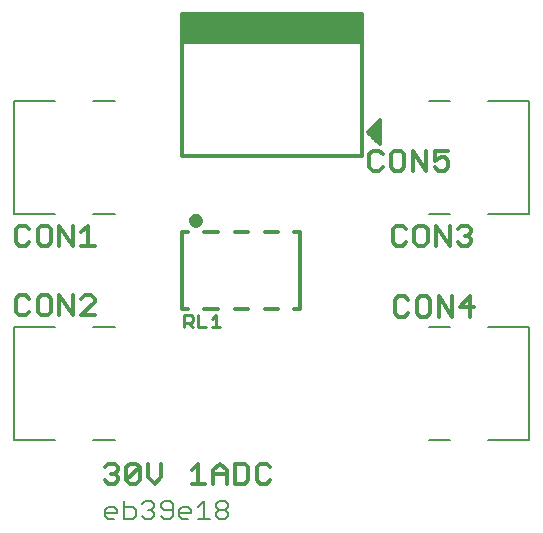
<source format=gto>
G75*
%MOIN*%
%OFA0B0*%
%FSLAX25Y25*%
%IPPOS*%
%LPD*%
%AMOC8*
5,1,8,0,0,1.08239X$1,22.5*
%
%ADD10C,0.01200*%
%ADD11C,0.01181*%
%ADD12C,0.00787*%
%ADD13C,0.00900*%
%ADD14C,0.00800*%
D10*
X0067132Y0038402D02*
X0068245Y0037289D01*
X0070472Y0037289D01*
X0071585Y0038402D01*
X0071585Y0039516D01*
X0070472Y0040629D01*
X0069359Y0040629D01*
X0070472Y0040629D02*
X0071585Y0041742D01*
X0071585Y0042855D01*
X0070472Y0043969D01*
X0068245Y0043969D01*
X0067132Y0042855D01*
X0074382Y0042855D02*
X0074382Y0038402D01*
X0078836Y0042855D01*
X0078836Y0038402D01*
X0077722Y0037289D01*
X0075496Y0037289D01*
X0074382Y0038402D01*
X0074382Y0042855D02*
X0075496Y0043969D01*
X0077722Y0043969D01*
X0078836Y0042855D01*
X0081633Y0043969D02*
X0081633Y0039516D01*
X0083859Y0037289D01*
X0086086Y0039516D01*
X0086086Y0043969D01*
X0096133Y0041742D02*
X0098360Y0043969D01*
X0098360Y0037289D01*
X0100586Y0037289D02*
X0096133Y0037289D01*
X0103384Y0037289D02*
X0103384Y0041742D01*
X0105610Y0043969D01*
X0107837Y0041742D01*
X0107837Y0037289D01*
X0107837Y0040629D02*
X0103384Y0040629D01*
X0110634Y0043969D02*
X0110634Y0037289D01*
X0113974Y0037289D01*
X0115087Y0038402D01*
X0115087Y0042855D01*
X0113974Y0043969D01*
X0110634Y0043969D01*
X0117884Y0042855D02*
X0117884Y0038402D01*
X0118997Y0037289D01*
X0121224Y0037289D01*
X0122337Y0038402D01*
X0122337Y0042855D02*
X0121224Y0043969D01*
X0118997Y0043969D01*
X0117884Y0042855D01*
X0165096Y0092998D02*
X0163983Y0094111D01*
X0163983Y0098564D01*
X0165096Y0099677D01*
X0167322Y0099677D01*
X0168436Y0098564D01*
X0171233Y0098564D02*
X0171233Y0094111D01*
X0172346Y0092998D01*
X0174573Y0092998D01*
X0175686Y0094111D01*
X0175686Y0098564D01*
X0174573Y0099677D01*
X0172346Y0099677D01*
X0171233Y0098564D01*
X0168436Y0094111D02*
X0167322Y0092998D01*
X0165096Y0092998D01*
X0178483Y0092998D02*
X0178483Y0099677D01*
X0182936Y0092998D01*
X0182936Y0099677D01*
X0185733Y0096337D02*
X0190187Y0096337D01*
X0189073Y0092998D02*
X0189073Y0099677D01*
X0185733Y0096337D01*
X0186059Y0116620D02*
X0184946Y0117733D01*
X0186059Y0116620D02*
X0188286Y0116620D01*
X0189399Y0117733D01*
X0189399Y0118846D01*
X0188286Y0119960D01*
X0187173Y0119960D01*
X0188286Y0119960D02*
X0189399Y0121073D01*
X0189399Y0122186D01*
X0188286Y0123299D01*
X0186059Y0123299D01*
X0184946Y0122186D01*
X0182149Y0123299D02*
X0182149Y0116620D01*
X0177696Y0123299D01*
X0177696Y0116620D01*
X0174899Y0117733D02*
X0174899Y0122186D01*
X0173785Y0123299D01*
X0171559Y0123299D01*
X0170445Y0122186D01*
X0170445Y0117733D01*
X0171559Y0116620D01*
X0173785Y0116620D01*
X0174899Y0117733D01*
X0167648Y0117733D02*
X0166535Y0116620D01*
X0164308Y0116620D01*
X0163195Y0117733D01*
X0163195Y0122186D01*
X0164308Y0123299D01*
X0166535Y0123299D01*
X0167648Y0122186D01*
X0165978Y0141620D02*
X0163751Y0141620D01*
X0162638Y0142733D01*
X0162638Y0147186D01*
X0163751Y0148299D01*
X0165978Y0148299D01*
X0167091Y0147186D01*
X0167091Y0142733D01*
X0165978Y0141620D01*
X0169888Y0141620D02*
X0169888Y0148299D01*
X0174341Y0141620D01*
X0174341Y0148299D01*
X0177138Y0148299D02*
X0177138Y0144960D01*
X0179365Y0146073D01*
X0180478Y0146073D01*
X0181591Y0144960D01*
X0181591Y0142733D01*
X0180478Y0141620D01*
X0178252Y0141620D01*
X0177138Y0142733D01*
X0177138Y0148299D02*
X0181591Y0148299D01*
X0159841Y0147186D02*
X0158727Y0148299D01*
X0156501Y0148299D01*
X0155387Y0147186D01*
X0155387Y0142733D01*
X0156501Y0141620D01*
X0158727Y0141620D01*
X0159841Y0142733D01*
X0063809Y0116620D02*
X0059355Y0116620D01*
X0061582Y0116620D02*
X0061582Y0123299D01*
X0059355Y0121073D01*
X0056558Y0123299D02*
X0056558Y0116620D01*
X0052105Y0123299D01*
X0052105Y0116620D01*
X0049308Y0117733D02*
X0049308Y0122186D01*
X0048195Y0123299D01*
X0045968Y0123299D01*
X0044855Y0122186D01*
X0044855Y0117733D01*
X0045968Y0116620D01*
X0048195Y0116620D01*
X0049308Y0117733D01*
X0042058Y0117733D02*
X0040944Y0116620D01*
X0038718Y0116620D01*
X0037605Y0117733D01*
X0037605Y0122186D01*
X0038718Y0123299D01*
X0040944Y0123299D01*
X0042058Y0122186D01*
X0040944Y0100071D02*
X0038718Y0100071D01*
X0037605Y0098958D01*
X0037605Y0094505D01*
X0038718Y0093391D01*
X0040944Y0093391D01*
X0042058Y0094505D01*
X0044855Y0094505D02*
X0045968Y0093391D01*
X0048195Y0093391D01*
X0049308Y0094505D01*
X0049308Y0098958D01*
X0048195Y0100071D01*
X0045968Y0100071D01*
X0044855Y0098958D01*
X0044855Y0094505D01*
X0042058Y0098958D02*
X0040944Y0100071D01*
X0052105Y0100071D02*
X0052105Y0093391D01*
X0056558Y0093391D02*
X0056558Y0100071D01*
X0059355Y0098958D02*
X0060469Y0100071D01*
X0062695Y0100071D01*
X0063809Y0098958D01*
X0063809Y0097844D01*
X0059355Y0093391D01*
X0063809Y0093391D01*
X0056558Y0093391D02*
X0052105Y0100071D01*
D11*
X0092910Y0095350D02*
X0092910Y0121335D01*
X0094879Y0121335D01*
X0096847Y0124091D02*
X0096847Y0125665D01*
X0098422Y0125665D01*
X0098422Y0124091D01*
X0096847Y0124091D01*
X0096847Y0124355D02*
X0098422Y0124355D01*
X0098028Y0124355D02*
X0097241Y0124355D01*
X0097241Y0124091D02*
X0097241Y0124878D01*
X0098028Y0124878D01*
X0098028Y0124091D01*
X0097241Y0124091D01*
X0096848Y0124484D02*
X0096850Y0124540D01*
X0096856Y0124595D01*
X0096866Y0124649D01*
X0096879Y0124703D01*
X0096897Y0124756D01*
X0096918Y0124807D01*
X0096942Y0124857D01*
X0096970Y0124905D01*
X0097002Y0124951D01*
X0097036Y0124995D01*
X0097074Y0125036D01*
X0097114Y0125074D01*
X0097157Y0125109D01*
X0097202Y0125141D01*
X0097250Y0125170D01*
X0097299Y0125196D01*
X0097350Y0125218D01*
X0097402Y0125236D01*
X0097456Y0125250D01*
X0097511Y0125261D01*
X0097566Y0125268D01*
X0097621Y0125271D01*
X0097677Y0125270D01*
X0097732Y0125265D01*
X0097787Y0125256D01*
X0097841Y0125244D01*
X0097894Y0125227D01*
X0097946Y0125207D01*
X0097996Y0125183D01*
X0098044Y0125156D01*
X0098091Y0125126D01*
X0098135Y0125092D01*
X0098177Y0125055D01*
X0098215Y0125015D01*
X0098252Y0124973D01*
X0098285Y0124928D01*
X0098314Y0124882D01*
X0098341Y0124833D01*
X0098363Y0124782D01*
X0098383Y0124730D01*
X0098398Y0124676D01*
X0098410Y0124622D01*
X0098418Y0124567D01*
X0098422Y0124512D01*
X0098422Y0124456D01*
X0098418Y0124401D01*
X0098410Y0124346D01*
X0098398Y0124292D01*
X0098383Y0124238D01*
X0098363Y0124186D01*
X0098341Y0124135D01*
X0098314Y0124086D01*
X0098285Y0124040D01*
X0098252Y0123995D01*
X0098215Y0123953D01*
X0098177Y0123913D01*
X0098135Y0123876D01*
X0098091Y0123842D01*
X0098044Y0123812D01*
X0097996Y0123785D01*
X0097946Y0123761D01*
X0097894Y0123741D01*
X0097841Y0123724D01*
X0097787Y0123712D01*
X0097732Y0123703D01*
X0097677Y0123698D01*
X0097621Y0123697D01*
X0097566Y0123700D01*
X0097511Y0123707D01*
X0097456Y0123718D01*
X0097402Y0123732D01*
X0097350Y0123750D01*
X0097299Y0123772D01*
X0097250Y0123798D01*
X0097202Y0123827D01*
X0097157Y0123859D01*
X0097114Y0123894D01*
X0097074Y0123932D01*
X0097036Y0123973D01*
X0097002Y0124017D01*
X0096970Y0124063D01*
X0096942Y0124111D01*
X0096918Y0124161D01*
X0096897Y0124212D01*
X0096879Y0124265D01*
X0096866Y0124319D01*
X0096856Y0124373D01*
X0096850Y0124428D01*
X0096848Y0124484D01*
X0096060Y0124878D02*
X0096062Y0124957D01*
X0096068Y0125036D01*
X0096078Y0125115D01*
X0096092Y0125193D01*
X0096109Y0125270D01*
X0096131Y0125346D01*
X0096156Y0125421D01*
X0096186Y0125494D01*
X0096218Y0125566D01*
X0096255Y0125637D01*
X0096295Y0125705D01*
X0096338Y0125771D01*
X0096384Y0125835D01*
X0096434Y0125897D01*
X0096487Y0125956D01*
X0096542Y0126012D01*
X0096601Y0126066D01*
X0096662Y0126116D01*
X0096725Y0126164D01*
X0096791Y0126208D01*
X0096859Y0126249D01*
X0096929Y0126286D01*
X0097000Y0126320D01*
X0097074Y0126350D01*
X0097148Y0126376D01*
X0097224Y0126398D01*
X0097301Y0126417D01*
X0097379Y0126432D01*
X0097457Y0126443D01*
X0097536Y0126450D01*
X0097615Y0126453D01*
X0097694Y0126452D01*
X0097773Y0126447D01*
X0097852Y0126438D01*
X0097930Y0126425D01*
X0098007Y0126408D01*
X0098084Y0126388D01*
X0098159Y0126363D01*
X0098233Y0126335D01*
X0098306Y0126303D01*
X0098376Y0126268D01*
X0098445Y0126229D01*
X0098512Y0126186D01*
X0098577Y0126140D01*
X0098639Y0126092D01*
X0098699Y0126040D01*
X0098756Y0125985D01*
X0098810Y0125927D01*
X0098861Y0125867D01*
X0098909Y0125804D01*
X0098954Y0125739D01*
X0098996Y0125671D01*
X0099034Y0125602D01*
X0099068Y0125531D01*
X0099099Y0125458D01*
X0099127Y0125383D01*
X0099150Y0125308D01*
X0099170Y0125231D01*
X0099186Y0125154D01*
X0099198Y0125075D01*
X0099206Y0124997D01*
X0099210Y0124918D01*
X0099210Y0124838D01*
X0099206Y0124759D01*
X0099198Y0124681D01*
X0099186Y0124602D01*
X0099170Y0124525D01*
X0099150Y0124448D01*
X0099127Y0124373D01*
X0099099Y0124298D01*
X0099068Y0124225D01*
X0099034Y0124154D01*
X0098996Y0124085D01*
X0098954Y0124017D01*
X0098909Y0123952D01*
X0098861Y0123889D01*
X0098810Y0123829D01*
X0098756Y0123771D01*
X0098699Y0123716D01*
X0098639Y0123664D01*
X0098577Y0123616D01*
X0098512Y0123570D01*
X0098445Y0123527D01*
X0098376Y0123488D01*
X0098306Y0123453D01*
X0098233Y0123421D01*
X0098159Y0123393D01*
X0098084Y0123368D01*
X0098007Y0123348D01*
X0097930Y0123331D01*
X0097852Y0123318D01*
X0097773Y0123309D01*
X0097694Y0123304D01*
X0097615Y0123303D01*
X0097536Y0123306D01*
X0097457Y0123313D01*
X0097379Y0123324D01*
X0097301Y0123339D01*
X0097224Y0123358D01*
X0097148Y0123380D01*
X0097074Y0123406D01*
X0097000Y0123436D01*
X0096929Y0123470D01*
X0096859Y0123507D01*
X0096791Y0123548D01*
X0096725Y0123592D01*
X0096662Y0123640D01*
X0096601Y0123690D01*
X0096542Y0123744D01*
X0096487Y0123800D01*
X0096434Y0123859D01*
X0096384Y0123921D01*
X0096338Y0123985D01*
X0096295Y0124051D01*
X0096255Y0124119D01*
X0096218Y0124190D01*
X0096186Y0124262D01*
X0096156Y0124335D01*
X0096131Y0124410D01*
X0096109Y0124486D01*
X0096092Y0124563D01*
X0096078Y0124641D01*
X0096068Y0124720D01*
X0096062Y0124799D01*
X0096060Y0124878D01*
X0096847Y0125534D02*
X0098422Y0125534D01*
X0100390Y0121335D02*
X0105115Y0121335D01*
X0110627Y0121335D02*
X0114957Y0121335D01*
X0120469Y0121335D02*
X0124800Y0121335D01*
X0130312Y0121335D02*
X0132280Y0121335D01*
X0132280Y0095350D01*
X0130312Y0095350D01*
X0124800Y0095350D02*
X0120469Y0095350D01*
X0114957Y0095350D02*
X0110627Y0095350D01*
X0105115Y0095350D02*
X0100390Y0095350D01*
X0094879Y0095350D02*
X0092910Y0095350D01*
X0092831Y0146531D02*
X0092831Y0193776D01*
X0152831Y0193776D01*
X0152831Y0184406D01*
X0092831Y0184406D01*
X0092831Y0193776D01*
X0152831Y0193776D01*
X0152831Y0146531D01*
X0092831Y0146531D01*
X0092831Y0184515D02*
X0152831Y0184515D01*
X0152831Y0185695D02*
X0092831Y0185695D01*
X0092831Y0186874D02*
X0152831Y0186874D01*
X0152831Y0188054D02*
X0092831Y0188054D01*
X0092831Y0189233D02*
X0152831Y0189233D01*
X0152831Y0190413D02*
X0092831Y0190413D01*
X0092831Y0191593D02*
X0152831Y0191593D01*
X0152831Y0192772D02*
X0092831Y0192772D01*
X0154879Y0154406D02*
X0158816Y0158343D01*
X0158816Y0150469D01*
X0154879Y0154406D01*
X0155439Y0153845D02*
X0158816Y0153845D01*
X0158816Y0152665D02*
X0156619Y0152665D01*
X0157798Y0151486D02*
X0158816Y0151486D01*
X0158816Y0155025D02*
X0155498Y0155025D01*
X0156677Y0156204D02*
X0158816Y0156204D01*
X0158816Y0157384D02*
X0157857Y0157384D01*
D12*
X0050784Y0051846D02*
X0037005Y0051846D01*
X0037005Y0089642D01*
X0050784Y0089642D01*
X0063383Y0089642D02*
X0070469Y0089642D01*
X0070469Y0127043D02*
X0063383Y0127043D01*
X0050784Y0127043D02*
X0037005Y0127043D01*
X0037005Y0164839D01*
X0050784Y0164839D01*
X0063383Y0164839D02*
X0070469Y0164839D01*
X0175194Y0164839D02*
X0182280Y0164839D01*
X0194879Y0164839D02*
X0208658Y0164839D01*
X0208658Y0127043D01*
X0194879Y0127043D01*
X0182280Y0127043D02*
X0175194Y0127043D01*
X0175194Y0089642D02*
X0182280Y0089642D01*
X0194879Y0089642D02*
X0208658Y0089642D01*
X0208658Y0051846D01*
X0194879Y0051846D01*
X0182280Y0051846D02*
X0175194Y0051846D01*
X0070469Y0051846D02*
X0063383Y0051846D01*
D13*
X0093754Y0089501D02*
X0093754Y0093605D01*
X0095806Y0093605D01*
X0096489Y0092921D01*
X0096489Y0091553D01*
X0095806Y0090869D01*
X0093754Y0090869D01*
X0095122Y0090869D02*
X0096489Y0089501D01*
X0098358Y0089501D02*
X0098358Y0093605D01*
X0098358Y0089501D02*
X0101093Y0089501D01*
X0102962Y0089501D02*
X0105697Y0089501D01*
X0104329Y0089501D02*
X0104329Y0093605D01*
X0102962Y0092237D01*
D14*
X0105369Y0031373D02*
X0107335Y0031373D01*
X0108318Y0030390D01*
X0108318Y0029407D01*
X0107335Y0028424D01*
X0105369Y0028424D01*
X0104386Y0029407D01*
X0104386Y0030390D01*
X0105369Y0031373D01*
X0105369Y0028424D02*
X0104386Y0027441D01*
X0104386Y0026458D01*
X0105369Y0025475D01*
X0107335Y0025475D01*
X0108318Y0026458D01*
X0108318Y0027441D01*
X0107335Y0028424D01*
X0102155Y0025475D02*
X0098224Y0025475D01*
X0100189Y0025475D02*
X0100189Y0031373D01*
X0098224Y0029407D01*
X0095993Y0028424D02*
X0095993Y0027441D01*
X0092061Y0027441D01*
X0092061Y0028424D02*
X0093044Y0029407D01*
X0095010Y0029407D01*
X0095993Y0028424D01*
X0095010Y0025475D02*
X0093044Y0025475D01*
X0092061Y0026458D01*
X0092061Y0028424D01*
X0089830Y0028424D02*
X0086881Y0028424D01*
X0085898Y0029407D01*
X0085898Y0030390D01*
X0086881Y0031373D01*
X0088847Y0031373D01*
X0089830Y0030390D01*
X0089830Y0026458D01*
X0088847Y0025475D01*
X0086881Y0025475D01*
X0085898Y0026458D01*
X0083667Y0026458D02*
X0082684Y0025475D01*
X0080718Y0025475D01*
X0079735Y0026458D01*
X0077504Y0026458D02*
X0077504Y0028424D01*
X0076521Y0029407D01*
X0073573Y0029407D01*
X0073573Y0031373D02*
X0073573Y0025475D01*
X0076521Y0025475D01*
X0077504Y0026458D01*
X0079735Y0030390D02*
X0080718Y0031373D01*
X0082684Y0031373D01*
X0083667Y0030390D01*
X0083667Y0029407D01*
X0082684Y0028424D01*
X0083667Y0027441D01*
X0083667Y0026458D01*
X0082684Y0028424D02*
X0081701Y0028424D01*
X0071342Y0028424D02*
X0071342Y0027441D01*
X0067410Y0027441D01*
X0067410Y0028424D02*
X0068393Y0029407D01*
X0070359Y0029407D01*
X0071342Y0028424D01*
X0070359Y0025475D02*
X0068393Y0025475D01*
X0067410Y0026458D01*
X0067410Y0028424D01*
M02*

</source>
